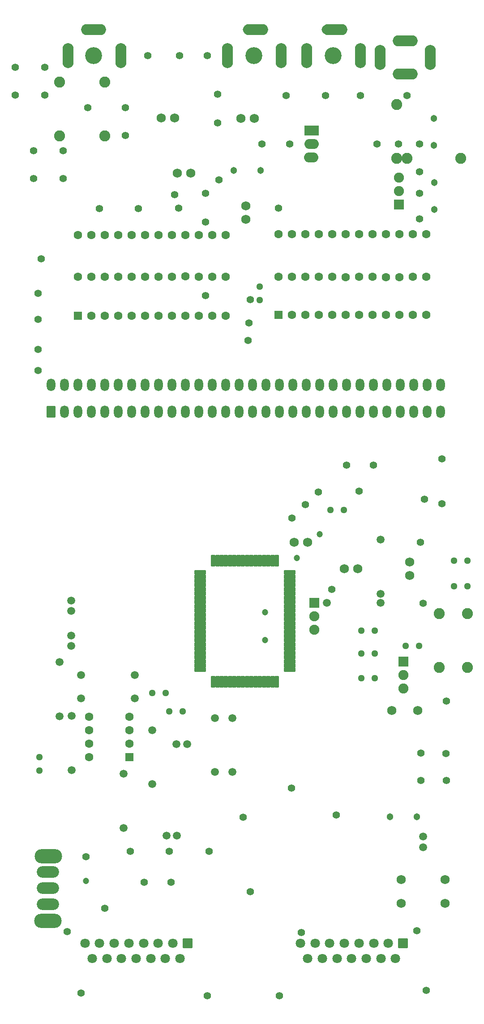
<source format=gbs>
G04 Layer: BottomSolderMaskLayer*
G04 EasyEDA v6.5.42, 2024-04-13 21:48:16*
G04 7b93da579f024c5689f0948710d994dc,a2f4cb7aa3704937908c5b59a0d1150c,10*
G04 Gerber Generator version 0.2*
G04 Scale: 100 percent, Rotated: No, Reflected: No *
G04 Dimensions in millimeters *
G04 leading zeros omitted , absolute positions ,4 integer and 5 decimal *
%FSLAX45Y45*%
%MOMM*%

%AMMACRO1*1,1,$1,$2,$3*1,1,$1,$4,$5*1,1,$1,0-$2,0-$3*1,1,$1,0-$4,0-$5*20,1,$1,$2,$3,$4,$5,0*20,1,$1,$4,$5,0-$2,0-$3,0*20,1,$1,0-$2,0-$3,0-$4,0-$5,0*20,1,$1,0-$4,0-$5,$2,$3,0*4,1,4,$2,$3,$4,$5,0-$2,0-$3,0-$4,0-$5,$2,$3,0*%
%ADD10C,1.5016*%
%ADD11C,1.2954*%
%ADD12C,2.0828*%
%ADD13C,1.7272*%
%ADD14C,1.3016*%
%ADD15C,1.5032*%
%ADD16O,1.62306X2.3622*%
%ADD17MACRO1,0.2032X-0.7099X1.016X0.7099X1.016*%
%ADD18C,1.8032*%
%ADD19MACRO1,0.2032X-0.8001X0.8001X0.8001X0.8001*%
%ADD20O,1.9015964X1.9015964*%
%ADD21MACRO1,0.1016X0.9X-0.9X-0.9X-0.9*%
%ADD22MACRO1,0.2032X-0.6985X0.6985X0.6985X0.6985*%
%ADD23C,1.6002*%
%ADD24O,4.701590799999999X2.101596*%
%ADD25O,2.101596X4.701590799999999*%
%ADD26MACRO1,0.1016X-0.9X0.9X0.9X0.9*%
%ADD27C,1.9016*%
%ADD28C,3.2032*%
%ADD29O,1.6031971999999999X3.0031944*%
%ADD30O,1.6031971999999999X4.203192*%
%ADD31O,3.0031944X1.6031971999999999*%
%ADD32O,2.7015948X1.9015964*%
%ADD33MACRO1,0.1016X1.3X0.9X1.3X-0.9*%
%ADD34MACRO1,0.2032X1.035X-0.2858X1.035X0.2858*%
%ADD35MACRO1,0.2032X0.2858X1.035X-0.2858X1.035*%
%ADD36C,1.4040*%
%ADD37C,1.2040*%
%ADD38O,5.2040028X2.7040078*%
%ADD39O,4.2040048X2.2040088*%
%ADD40C,1.6016*%
%ADD41R,1.6016X1.6016*%
%ADD42O,4.203192X1.6031971999999999*%
%ADD43O,0.015X1.6031971999999999*%

%LPD*%
D10*
G01*
X4965700Y-5551906D03*
G01*
X4965700Y-4531893D03*
D11*
G01*
X5486400Y3352800D03*
G01*
X5486400Y3606800D03*
D12*
G01*
X1701800Y7467600D03*
G01*
X1701800Y6451600D03*
G01*
X2552700Y7467600D03*
G01*
X2552700Y6451600D03*
D13*
G01*
X8318500Y-1587500D03*
G01*
X8318500Y-1841500D03*
G01*
X7086600Y-1714500D03*
G01*
X7340600Y-1714500D03*
G01*
X6134100Y-1219200D03*
G01*
X6388100Y-1219200D03*
D11*
G01*
X6819900Y-609600D03*
G01*
X7073900Y-609600D03*
G01*
X9410700Y-2044700D03*
G01*
X9156700Y-2044700D03*
D13*
G01*
X5219700Y5130800D03*
G01*
X5219700Y4876800D03*
D14*
G01*
X8788400Y5067300D03*
G01*
X8788400Y5575300D03*
D13*
G01*
X3619500Y6794500D03*
G01*
X3873500Y6794500D03*
D11*
G01*
X3454400Y-4064000D03*
G01*
X3708400Y-4064000D03*
G01*
X1320800Y-5524500D03*
G01*
X1320800Y-5270500D03*
G01*
X9410700Y-1562100D03*
G01*
X9156700Y-1562100D03*
G01*
X3771900Y-4406900D03*
G01*
X4025900Y-4406900D03*
D15*
G01*
X1917700Y-2512999D03*
G01*
X1917700Y-2313000D03*
G01*
X3913200Y-5029200D03*
G01*
X4113199Y-5029200D03*
G01*
X1917700Y-3173399D03*
G01*
X1917700Y-2973400D03*
G01*
X3722700Y-6756400D03*
G01*
X3922699Y-6756400D03*
D10*
G01*
X2908300Y-6606006D03*
G01*
X2908300Y-5585993D03*
G01*
X4635500Y-5551906D03*
G01*
X4635500Y-4531893D03*
G01*
X6754393Y-2362200D03*
G01*
X7774406Y-2362200D03*
G01*
X7772400Y-2186406D03*
G01*
X7772400Y-1166393D03*
G01*
X2106193Y-4165600D03*
G01*
X3126206Y-4165600D03*
G01*
X2106193Y-3721100D03*
G01*
X3126206Y-3721100D03*
G01*
X3454400Y-5780506D03*
G01*
X3454400Y-4760493D03*
G01*
X1701800Y-4497806D03*
G01*
X1701800Y-3477793D03*
G01*
X1930400Y-5513806D03*
G01*
X1930400Y-4493793D03*
D11*
G01*
X7404100Y-2882900D03*
G01*
X7658100Y-2882900D03*
D15*
G01*
X8572500Y-6770700D03*
G01*
X8572500Y-6970699D03*
D16*
G01*
X2044700Y1752600D03*
G01*
X2044700Y1244600D03*
G01*
X1790700Y1752600D03*
G01*
X2298700Y1752600D03*
G01*
X2552700Y1752600D03*
G01*
X1536700Y1752600D03*
D17*
G01*
X1536700Y1244600D03*
D16*
G01*
X1790700Y1244600D03*
G01*
X2298700Y1244600D03*
G01*
X2552700Y1244600D03*
G01*
X2806700Y1752600D03*
G01*
X2806700Y1244600D03*
G01*
X3568700Y1752600D03*
G01*
X3568700Y1244600D03*
G01*
X3314700Y1752600D03*
G01*
X3822700Y1752600D03*
G01*
X4076700Y1752600D03*
G01*
X3060700Y1752600D03*
G01*
X3060700Y1244600D03*
G01*
X3314700Y1244600D03*
G01*
X3822700Y1244600D03*
G01*
X4076700Y1244600D03*
G01*
X4330700Y1752600D03*
G01*
X4330700Y1244600D03*
G01*
X5092700Y1752600D03*
G01*
X5092700Y1244600D03*
G01*
X4838700Y1752600D03*
G01*
X5346700Y1752600D03*
G01*
X5600700Y1752600D03*
G01*
X4584700Y1752600D03*
G01*
X4584700Y1244600D03*
G01*
X4838700Y1244600D03*
G01*
X5346700Y1244600D03*
G01*
X5600700Y1244600D03*
G01*
X5854700Y1752600D03*
G01*
X5854700Y1244600D03*
G01*
X6616700Y1752600D03*
G01*
X6616700Y1244600D03*
G01*
X6362700Y1752600D03*
G01*
X6870700Y1752600D03*
G01*
X7124700Y1752600D03*
G01*
X6108700Y1752600D03*
G01*
X6108700Y1244600D03*
G01*
X6362700Y1244600D03*
G01*
X6870700Y1244600D03*
G01*
X7124700Y1244600D03*
G01*
X7378700Y1752600D03*
G01*
X7378700Y1244600D03*
G01*
X8140700Y1752600D03*
G01*
X8140700Y1244600D03*
G01*
X7886700Y1752600D03*
G01*
X8394700Y1752600D03*
G01*
X8648700Y1752600D03*
G01*
X7632700Y1752600D03*
G01*
X7632700Y1244600D03*
G01*
X7886700Y1244600D03*
G01*
X8394700Y1244600D03*
G01*
X8648700Y1244600D03*
G01*
X8902700Y1752600D03*
G01*
X8902700Y1244600D03*
D18*
G01*
X6256680Y-8786215D03*
G01*
X6533540Y-8786215D03*
G01*
X6810654Y-8786215D03*
G01*
X7087514Y-8786215D03*
G01*
X7364628Y-8786215D03*
G01*
X7641488Y-8786215D03*
G01*
X7918602Y-8786215D03*
D19*
G01*
X8193879Y-8782695D03*
D18*
G01*
X6393586Y-9070441D03*
G01*
X6670446Y-9070441D03*
G01*
X6947560Y-9070441D03*
G01*
X7224420Y-9070441D03*
G01*
X7501534Y-9070441D03*
G01*
X7778394Y-9070441D03*
G01*
X8055508Y-9070441D03*
G01*
X2181682Y-8786215D03*
G01*
X2458542Y-8786215D03*
G01*
X2735656Y-8786215D03*
G01*
X3012516Y-8786215D03*
G01*
X3289630Y-8786215D03*
G01*
X3566490Y-8786215D03*
G01*
X3843604Y-8786215D03*
D19*
G01*
X4118886Y-8782695D03*
D18*
G01*
X2318588Y-9070441D03*
G01*
X2595448Y-9070441D03*
G01*
X2872562Y-9070441D03*
G01*
X3149422Y-9070441D03*
G01*
X3426536Y-9070441D03*
G01*
X3703396Y-9070441D03*
G01*
X3980510Y-9070441D03*
D20*
G01*
X6515100Y-2870200D03*
G01*
X6515100Y-2616200D03*
D21*
G01*
X6515100Y-2362200D03*
D13*
G01*
X7985607Y-4394200D03*
G01*
X8473592Y-4394200D03*
D22*
G01*
X2044700Y3060700D03*
D23*
G01*
X2298700Y3060700D03*
G01*
X2552700Y3060700D03*
G01*
X2806700Y3060700D03*
G01*
X3060700Y3060700D03*
G01*
X3314700Y3060700D03*
G01*
X3568700Y3060700D03*
G01*
X3822700Y3060700D03*
G01*
X4076700Y3060700D03*
G01*
X4330700Y3060700D03*
G01*
X4584700Y3060700D03*
G01*
X4838700Y3060700D03*
G01*
X4838700Y4584700D03*
G01*
X4584700Y4584700D03*
G01*
X4330700Y4584700D03*
G01*
X4076700Y4584700D03*
G01*
X3822700Y4584700D03*
G01*
X3568700Y4584700D03*
G01*
X3314700Y4584700D03*
G01*
X3060700Y4584700D03*
G01*
X2806700Y4584700D03*
G01*
X2552700Y4584700D03*
G01*
X2298700Y4584700D03*
G01*
X2044700Y4584700D03*
D22*
G01*
X5842000Y3073400D03*
D23*
G01*
X6096000Y3073400D03*
G01*
X6350000Y3073400D03*
G01*
X6604000Y3073400D03*
G01*
X6858000Y3073400D03*
G01*
X7112000Y3073400D03*
G01*
X7366000Y3073400D03*
G01*
X7620000Y3073400D03*
G01*
X7874000Y3073400D03*
G01*
X8128000Y3073400D03*
G01*
X8382000Y3073400D03*
G01*
X8636000Y3073400D03*
G01*
X8636000Y4597400D03*
G01*
X8382000Y4597400D03*
G01*
X8128000Y4597400D03*
G01*
X7874000Y4597400D03*
G01*
X7620000Y4597400D03*
G01*
X7366000Y4597400D03*
G01*
X7112000Y4597400D03*
G01*
X6858000Y4597400D03*
G01*
X6604000Y4597400D03*
G01*
X6350000Y4597400D03*
G01*
X6096000Y4597400D03*
G01*
X5842000Y4597400D03*
D14*
G01*
X8458200Y-6400800D03*
G01*
X7950200Y-6400800D03*
D24*
G01*
X8235975Y7622489D03*
G01*
X8236000Y8252485D03*
D25*
G01*
X7765973Y7932496D03*
D26*
G01*
X8115300Y5156200D03*
D27*
G01*
X8115300Y5410200D03*
G01*
X8115300Y5664200D03*
D12*
G01*
X8267700Y6032500D03*
G01*
X9283700Y6032500D03*
G01*
X8077200Y7048500D03*
G01*
X8077200Y6032500D03*
D28*
G01*
X5376011Y7971002D03*
D29*
G01*
X4876012Y7971002D03*
D30*
G01*
X5896000Y7971002D03*
D31*
G01*
X5376011Y8458200D03*
D28*
G01*
X2345004Y7969986D03*
D29*
G01*
X1845005Y7969986D03*
G01*
X2864993Y7969986D03*
D31*
G01*
X2345004Y8457184D03*
D28*
G01*
X6874611Y7971002D03*
D29*
G01*
X6374612Y7971002D03*
G01*
X7394600Y7971002D03*
D31*
G01*
X6874611Y8458200D03*
D11*
G01*
X8242300Y-3175000D03*
G01*
X8496300Y-3175000D03*
G01*
X7404100Y-3784600D03*
G01*
X7658100Y-3784600D03*
G01*
X7658100Y-3314700D03*
G01*
X7404100Y-3314700D03*
D13*
G01*
X5384800Y6781800D03*
G01*
X5130800Y6781800D03*
D14*
G01*
X8775700Y6273800D03*
G01*
X8775700Y6781800D03*
D21*
G01*
X8204200Y-3467100D03*
D27*
G01*
X8204200Y-3721100D03*
G01*
X8204200Y-3975100D03*
D12*
G01*
X9410700Y-3581400D03*
G01*
X9410700Y-2565400D03*
G01*
X8877300Y-2565400D03*
G01*
X8877300Y-3581400D03*
D32*
G01*
X6464782Y6299200D03*
G01*
X6463791Y6045174D03*
D33*
G01*
X6464795Y6553212D03*
D13*
G01*
X3924300Y5753100D03*
G01*
X4178300Y5753100D03*
D14*
G01*
X5499100Y5803900D03*
G01*
X4991100Y5803900D03*
D34*
G01*
X6050279Y-1785620D03*
G01*
X6050279Y-1864360D03*
G01*
X6050279Y-1945639D03*
G01*
X6050279Y-2024379D03*
G01*
X6050279Y-2105660D03*
G01*
X6050279Y-2184400D03*
G01*
X6050279Y-2265679D03*
G01*
X6050279Y-2344420D03*
G01*
X6050279Y-2425700D03*
G01*
X6050279Y-2504439D03*
G01*
X6050279Y-2585720D03*
G01*
X6050279Y-2664460D03*
G01*
X6050279Y-2745739D03*
G01*
X6050279Y-2824479D03*
G01*
X6050279Y-2905760D03*
G01*
X6050279Y-2984500D03*
G01*
X6050279Y-3065779D03*
G01*
X6050279Y-3144520D03*
G01*
X6050279Y-3225800D03*
G01*
X6050279Y-3304539D03*
G01*
X6050279Y-3385820D03*
G01*
X6050279Y-3464560D03*
G01*
X6050279Y-3545839D03*
G01*
X6050279Y-3624579D03*
D35*
G01*
X5806440Y-3848100D03*
G01*
X5727700Y-3848100D03*
G01*
X5646420Y-3848100D03*
G01*
X5567679Y-3848100D03*
G01*
X5486400Y-3848100D03*
G01*
X5407659Y-3848100D03*
G01*
X5326379Y-3848100D03*
G01*
X5247640Y-3848100D03*
G01*
X5166359Y-3848100D03*
G01*
X5087620Y-3848100D03*
G01*
X5006340Y-3848100D03*
G01*
X4927600Y-3848100D03*
G01*
X4846320Y-3848100D03*
G01*
X4767579Y-3848100D03*
G01*
X4686300Y-3848100D03*
G01*
X4607559Y-3848100D03*
D34*
G01*
X4363720Y-3624579D03*
G01*
X4363720Y-3545839D03*
G01*
X4363720Y-3464560D03*
G01*
X4363720Y-3385820D03*
G01*
X4363720Y-3304539D03*
G01*
X4363720Y-3225800D03*
G01*
X4363720Y-3144520D03*
G01*
X4363720Y-3065779D03*
G01*
X4363720Y-2984500D03*
G01*
X4363720Y-2905760D03*
G01*
X4363720Y-2824479D03*
G01*
X4363720Y-2745739D03*
G01*
X4363720Y-2664460D03*
G01*
X4363720Y-2585720D03*
G01*
X4363720Y-2504439D03*
G01*
X4363720Y-2425700D03*
G01*
X4363720Y-2344420D03*
G01*
X4363720Y-2265679D03*
G01*
X4363720Y-2184400D03*
G01*
X4363720Y-2105660D03*
G01*
X4363720Y-2024379D03*
G01*
X4363720Y-1945639D03*
G01*
X4363720Y-1864360D03*
G01*
X4363720Y-1785620D03*
D35*
G01*
X4607559Y-1562100D03*
G01*
X4686300Y-1562100D03*
G01*
X4767579Y-1562100D03*
G01*
X4846320Y-1562100D03*
G01*
X4927600Y-1562100D03*
G01*
X5006340Y-1562100D03*
G01*
X5087620Y-1562100D03*
G01*
X5166359Y-1562100D03*
G01*
X5247640Y-1562100D03*
G01*
X5326379Y-1562100D03*
G01*
X5407659Y-1562100D03*
G01*
X5486400Y-1562100D03*
G01*
X5567679Y-1562100D03*
G01*
X5646420Y-1562100D03*
G01*
X5727700Y-1562100D03*
G01*
X5806440Y-1562100D03*
D25*
G01*
X8709990Y7934985D03*
D36*
G01*
X2197100Y-7150100D03*
G01*
X1846021Y-8564346D03*
G01*
X5842000Y5092700D03*
G01*
X2451100Y5080000D03*
G01*
X3949700Y5092700D03*
G01*
X3187700Y5080000D03*
G01*
X6273800Y-8585200D03*
G01*
X4529836Y-7048500D03*
G01*
X5308600Y-7810500D03*
G01*
X5172684Y-6405651D03*
G01*
X3778631Y-7048500D03*
G01*
X3040329Y-7048500D03*
G01*
X1357096Y4131538D03*
G01*
X1295400Y3483787D03*
G01*
X1295400Y2989148D03*
G01*
X1295400Y2421001D03*
G01*
X1295400Y2026640D03*
G01*
X6452285Y6299200D03*
G01*
X6051245Y6299200D03*
G01*
X5528386Y6299200D03*
G01*
X4687671Y6696786D03*
G01*
X4457700Y5374386D03*
G01*
X4716881Y5626100D03*
G01*
X3880027Y5344566D03*
G01*
X4457700Y4827346D03*
G01*
X4457700Y3441700D03*
G01*
X5283200Y2921000D03*
G01*
X8928760Y-492379D03*
G01*
X5268874Y2596311D03*
G01*
X5308600Y3365500D03*
G01*
X8928760Y354939D03*
D23*
G01*
X2044700Y3797300D03*
G01*
X2298700Y3797300D03*
G01*
X2552700Y3797300D03*
G01*
X2806700Y3797300D03*
G01*
X3060700Y3797300D03*
G01*
X3314700Y3798900D03*
G01*
X3568700Y3797300D03*
G01*
X3822700Y3793921D03*
G01*
X4076700Y3800678D03*
G01*
X4330700Y3797300D03*
G01*
X4584700Y3797300D03*
G01*
X4838700Y3797300D03*
G01*
X5842000Y3797300D03*
G01*
X6096000Y3794937D03*
G01*
X6350000Y3794937D03*
G01*
X6604000Y3797300D03*
G01*
X6858000Y3797300D03*
G01*
X7112000Y3791534D03*
G01*
X7366000Y3797300D03*
G01*
X8636000Y3797757D03*
G01*
X8382000Y3797757D03*
G01*
X8128000Y3788359D03*
G01*
X7874000Y3788359D03*
G01*
X7620000Y3793058D03*
D36*
G01*
X8458200Y-8547100D03*
D37*
G01*
X6184900Y-1511300D03*
G01*
X6616700Y-1066800D03*
G01*
X7073900Y-609600D03*
G01*
X2197100Y-7607300D03*
G01*
X5588000Y-2540000D03*
G01*
X5588000Y-3060700D03*
D36*
G01*
X7703515Y6299200D03*
G01*
X8108035Y6299200D03*
G01*
X8510015Y6299200D03*
G01*
X8510015Y5774258D03*
G01*
X8510015Y5374462D03*
G01*
X8510015Y4885258D03*
D38*
G01*
X1485011Y-8359978D03*
D39*
G01*
X1485011Y-8049996D03*
G01*
X1485011Y-7739989D03*
G01*
X1485011Y-7439990D03*
D38*
G01*
X1489989Y-7144994D03*
D36*
G01*
X3371138Y7971002D03*
G01*
X3972712Y7971002D03*
G01*
X4494098Y7971002D03*
G01*
X2946400Y6985000D03*
G01*
X2235200Y6985000D03*
G01*
X2946400Y6464300D03*
G01*
X1206500Y5651500D03*
G01*
X1765300Y5651500D03*
G01*
X1206500Y6172200D03*
G01*
X1765300Y6172200D03*
G01*
X863600Y7226300D03*
G01*
X1422400Y7226300D03*
G01*
X863600Y7747000D03*
G01*
X1422400Y7747000D03*
D13*
G01*
X8989974Y-8034985D03*
G01*
X8989974Y-7584998D03*
G01*
X8159978Y-7584998D03*
G01*
X8159978Y-8034985D03*
D36*
G01*
X8572500Y-2368880D03*
D40*
G01*
X2263724Y-4511624D03*
G01*
X2263724Y-4765624D03*
G01*
X2263724Y-5019624D03*
G01*
X2263724Y-5273624D03*
G01*
X3025724Y-4511624D03*
G01*
X3025724Y-4765624D03*
G01*
X3025724Y-5019624D03*
D41*
G01*
X3025724Y-5273624D03*
D36*
G01*
X8267700Y7213600D03*
G01*
X7391400Y7213600D03*
G01*
X6731000Y7213600D03*
G01*
X5981700Y7213600D03*
G01*
X4686300Y7239000D03*
D30*
G01*
X4876038Y7971028D03*
G01*
X2882900Y7974203D03*
G01*
X1866137Y7971028D03*
D42*
G01*
X2344927Y8449818D03*
G01*
X5375909Y8458200D03*
G01*
X6861809Y8458200D03*
D30*
G01*
X6374612Y7971002D03*
G01*
X7394702Y7971028D03*
D25*
G01*
X7394702Y7971028D03*
G01*
X6374612Y7971002D03*
G01*
X5896000Y7971002D03*
G01*
X4876012Y7971002D03*
G01*
X2864993Y7969986D03*
G01*
X1866137Y7971028D03*
D24*
G01*
X2345004Y8457184D03*
G01*
X5408802Y8458200D03*
G01*
X6907402Y8458200D03*
D36*
G01*
X6845300Y-2108200D03*
G01*
X8521700Y-1219200D03*
G01*
X8597900Y-406400D03*
G01*
X7124700Y241300D03*
G01*
X7632700Y241300D03*
G01*
X7366000Y-254000D03*
G01*
X6350000Y-508000D03*
G01*
X6096000Y-762000D03*
G01*
X6591300Y-266700D03*
G01*
X9017000Y-4216400D03*
G01*
X8534400Y-5194300D03*
G01*
X8534400Y-5715000D03*
G01*
X9004300Y-5207000D03*
G01*
X9017000Y-5715000D03*
G01*
X6934200Y-6362700D03*
G01*
X6083300Y-5854700D03*
G01*
X8636000Y-9677400D03*
G01*
X5854700Y-9779000D03*
G01*
X4495800Y-9779000D03*
G01*
X2108200Y-9728200D03*
G01*
X3302000Y-7632700D03*
G01*
X3810000Y-7632700D03*
G01*
X2552700Y-8128000D03*
M02*

</source>
